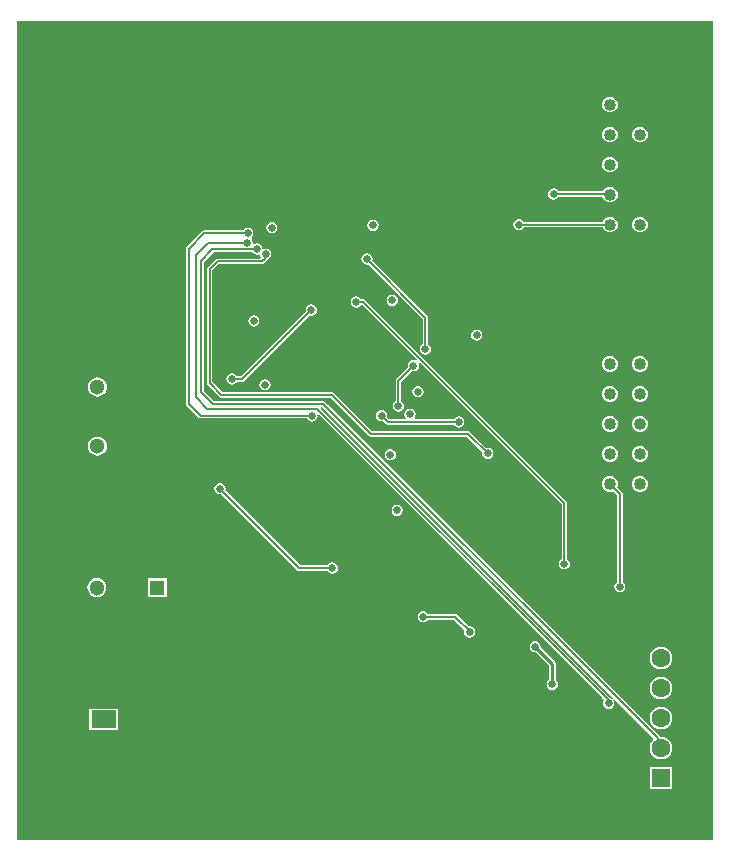
<source format=gbl>
G04*
G04 #@! TF.GenerationSoftware,Altium Limited,Altium Designer,19.1.8 (144)*
G04*
G04 Layer_Physical_Order=4*
G04 Layer_Color=16711680*
%FSLAX25Y25*%
%MOIN*%
G70*
G01*
G75*
%ADD15C,0.00600*%
%ADD17C,0.01000*%
%ADD18C,0.00800*%
%ADD106C,0.04016*%
%ADD107C,0.12598*%
%ADD108R,0.05906X0.08268*%
%ADD109R,0.08268X0.05906*%
%ADD110C,0.06299*%
%ADD111R,0.06299X0.06299*%
%ADD112C,0.05118*%
%ADD113R,0.05118X0.05118*%
%ADD114C,0.02500*%
%ADD115C,0.02598*%
G36*
X234000Y2000D02*
X2000D01*
Y275000D01*
X234000D01*
Y2000D01*
D02*
G37*
%LPC*%
G36*
X199500Y249630D02*
X198819Y249541D01*
X198185Y249278D01*
X197640Y248860D01*
X197222Y248315D01*
X196959Y247681D01*
X196870Y247000D01*
X196959Y246319D01*
X197222Y245685D01*
X197640Y245140D01*
X198185Y244722D01*
X198819Y244459D01*
X199500Y244370D01*
X200181Y244459D01*
X200815Y244722D01*
X201360Y245140D01*
X201778Y245685D01*
X202041Y246319D01*
X202130Y247000D01*
X202041Y247681D01*
X201778Y248315D01*
X201360Y248860D01*
X200815Y249278D01*
X200181Y249541D01*
X199500Y249630D01*
D02*
G37*
G36*
X209500Y239630D02*
X208819Y239541D01*
X208185Y239278D01*
X207640Y238860D01*
X207222Y238315D01*
X206959Y237681D01*
X206870Y237000D01*
X206959Y236319D01*
X207222Y235685D01*
X207640Y235140D01*
X208185Y234722D01*
X208819Y234459D01*
X209500Y234370D01*
X210181Y234459D01*
X210815Y234722D01*
X211360Y235140D01*
X211778Y235685D01*
X212041Y236319D01*
X212130Y237000D01*
X212041Y237681D01*
X211778Y238315D01*
X211360Y238860D01*
X210815Y239278D01*
X210181Y239541D01*
X209500Y239630D01*
D02*
G37*
G36*
X199500D02*
X198819Y239541D01*
X198185Y239278D01*
X197640Y238860D01*
X197222Y238315D01*
X196959Y237681D01*
X196870Y237000D01*
X196959Y236319D01*
X197222Y235685D01*
X197640Y235140D01*
X198185Y234722D01*
X198819Y234459D01*
X199500Y234370D01*
X200181Y234459D01*
X200815Y234722D01*
X201360Y235140D01*
X201778Y235685D01*
X202041Y236319D01*
X202130Y237000D01*
X202041Y237681D01*
X201778Y238315D01*
X201360Y238860D01*
X200815Y239278D01*
X200181Y239541D01*
X199500Y239630D01*
D02*
G37*
G36*
Y229630D02*
X198819Y229541D01*
X198185Y229278D01*
X197640Y228860D01*
X197222Y228315D01*
X196959Y227681D01*
X196870Y227000D01*
X196959Y226319D01*
X197222Y225685D01*
X197640Y225140D01*
X198185Y224722D01*
X198819Y224459D01*
X199500Y224370D01*
X200181Y224459D01*
X200815Y224722D01*
X201360Y225140D01*
X201778Y225685D01*
X202041Y226319D01*
X202130Y227000D01*
X202041Y227681D01*
X201778Y228315D01*
X201360Y228860D01*
X200815Y229278D01*
X200181Y229541D01*
X199500Y229630D01*
D02*
G37*
G36*
Y219630D02*
X198819Y219541D01*
X198185Y219278D01*
X197640Y218860D01*
X197222Y218315D01*
X197140Y218118D01*
X182312D01*
X182034Y218534D01*
X181422Y218943D01*
X180700Y219086D01*
X179978Y218943D01*
X179366Y218534D01*
X178957Y217922D01*
X178814Y217200D01*
X178957Y216478D01*
X179366Y215866D01*
X179978Y215457D01*
X180700Y215314D01*
X181422Y215457D01*
X182034Y215866D01*
X182312Y216282D01*
X196975D01*
X197222Y215685D01*
X197640Y215140D01*
X198185Y214722D01*
X198819Y214459D01*
X199500Y214370D01*
X200181Y214459D01*
X200815Y214722D01*
X201360Y215140D01*
X201778Y215685D01*
X202041Y216319D01*
X202130Y217000D01*
X202041Y217681D01*
X201778Y218315D01*
X201360Y218860D01*
X200815Y219278D01*
X200181Y219541D01*
X199500Y219630D01*
D02*
G37*
G36*
Y209630D02*
X198819Y209541D01*
X198185Y209278D01*
X197640Y208860D01*
X197222Y208315D01*
X197057Y207918D01*
X170812D01*
X170534Y208334D01*
X169922Y208743D01*
X169200Y208886D01*
X168478Y208743D01*
X167866Y208334D01*
X167457Y207722D01*
X167314Y207000D01*
X167457Y206278D01*
X167866Y205666D01*
X168478Y205257D01*
X169200Y205114D01*
X169922Y205257D01*
X170534Y205666D01*
X170812Y206082D01*
X197057D01*
X197222Y205685D01*
X197640Y205140D01*
X198185Y204722D01*
X198819Y204459D01*
X199500Y204370D01*
X200181Y204459D01*
X200815Y204722D01*
X201360Y205140D01*
X201778Y205685D01*
X202041Y206319D01*
X202130Y207000D01*
X202041Y207681D01*
X201778Y208315D01*
X201360Y208860D01*
X200815Y209278D01*
X200181Y209541D01*
X199500Y209630D01*
D02*
G37*
G36*
X120500Y208586D02*
X119778Y208443D01*
X119166Y208034D01*
X118757Y207422D01*
X118614Y206700D01*
X118757Y205978D01*
X119166Y205366D01*
X119778Y204957D01*
X120500Y204814D01*
X121222Y204957D01*
X121834Y205366D01*
X122243Y205978D01*
X122386Y206700D01*
X122243Y207422D01*
X121834Y208034D01*
X121222Y208443D01*
X120500Y208586D01*
D02*
G37*
G36*
X209500Y209630D02*
X208819Y209541D01*
X208185Y209278D01*
X207640Y208860D01*
X207222Y208315D01*
X206959Y207681D01*
X206870Y207000D01*
X206959Y206319D01*
X207222Y205685D01*
X207640Y205140D01*
X208185Y204722D01*
X208819Y204459D01*
X209500Y204370D01*
X210181Y204459D01*
X210815Y204722D01*
X211360Y205140D01*
X211778Y205685D01*
X212041Y206319D01*
X212130Y207000D01*
X212041Y207681D01*
X211778Y208315D01*
X211360Y208860D01*
X210815Y209278D01*
X210181Y209541D01*
X209500Y209630D01*
D02*
G37*
G36*
X86800Y207886D02*
X86078Y207743D01*
X85466Y207334D01*
X85057Y206722D01*
X84914Y206000D01*
X85057Y205278D01*
X85466Y204666D01*
X86078Y204257D01*
X86800Y204114D01*
X87522Y204257D01*
X88134Y204666D01*
X88543Y205278D01*
X88686Y206000D01*
X88543Y206722D01*
X88134Y207334D01*
X87522Y207743D01*
X86800Y207886D01*
D02*
G37*
G36*
X127000Y183586D02*
X126278Y183443D01*
X125666Y183034D01*
X125257Y182422D01*
X125114Y181700D01*
X125257Y180978D01*
X125666Y180366D01*
X126278Y179957D01*
X127000Y179814D01*
X127722Y179957D01*
X128334Y180366D01*
X128743Y180978D01*
X128886Y181700D01*
X128743Y182422D01*
X128334Y183034D01*
X127722Y183443D01*
X127000Y183586D01*
D02*
G37*
G36*
X100000Y180386D02*
X99278Y180243D01*
X98666Y179834D01*
X98257Y179222D01*
X98114Y178500D01*
X98211Y178009D01*
X76620Y156418D01*
X75112D01*
X74834Y156834D01*
X74222Y157243D01*
X73500Y157386D01*
X72778Y157243D01*
X72166Y156834D01*
X71757Y156222D01*
X71614Y155500D01*
X71757Y154778D01*
X72166Y154166D01*
X72778Y153757D01*
X73500Y153614D01*
X74222Y153757D01*
X74834Y154166D01*
X75112Y154582D01*
X77000D01*
X77351Y154652D01*
X77649Y154851D01*
X99509Y176711D01*
X100000Y176614D01*
X100722Y176757D01*
X101334Y177166D01*
X101743Y177778D01*
X101886Y178500D01*
X101743Y179222D01*
X101334Y179834D01*
X100722Y180243D01*
X100000Y180386D01*
D02*
G37*
G36*
X80800Y176686D02*
X80078Y176543D01*
X79466Y176134D01*
X79057Y175522D01*
X78914Y174800D01*
X79057Y174078D01*
X79466Y173466D01*
X80078Y173057D01*
X80800Y172914D01*
X81522Y173057D01*
X82134Y173466D01*
X82543Y174078D01*
X82686Y174800D01*
X82543Y175522D01*
X82134Y176134D01*
X81522Y176543D01*
X80800Y176686D01*
D02*
G37*
G36*
X155100Y171986D02*
X154378Y171843D01*
X153766Y171434D01*
X153357Y170822D01*
X153214Y170100D01*
X153357Y169378D01*
X153766Y168766D01*
X154378Y168357D01*
X155100Y168214D01*
X155822Y168357D01*
X156434Y168766D01*
X156843Y169378D01*
X156986Y170100D01*
X156843Y170822D01*
X156434Y171434D01*
X155822Y171843D01*
X155100Y171986D01*
D02*
G37*
G36*
X118500Y197386D02*
X117778Y197243D01*
X117166Y196834D01*
X116757Y196222D01*
X116614Y195500D01*
X116757Y194778D01*
X117166Y194166D01*
X117778Y193757D01*
X118500Y193614D01*
X118991Y193711D01*
X137082Y175620D01*
Y167112D01*
X136666Y166834D01*
X136257Y166222D01*
X136114Y165500D01*
X136257Y164778D01*
X136666Y164166D01*
X137278Y163757D01*
X138000Y163614D01*
X138722Y163757D01*
X139334Y164166D01*
X139743Y164778D01*
X139886Y165500D01*
X139743Y166222D01*
X139334Y166834D01*
X138918Y167112D01*
Y176000D01*
X138848Y176351D01*
X138649Y176649D01*
X120289Y195009D01*
X120386Y195500D01*
X120243Y196222D01*
X119834Y196834D01*
X119222Y197243D01*
X118500Y197386D01*
D02*
G37*
G36*
X115000Y183086D02*
X114278Y182943D01*
X113666Y182534D01*
X113257Y181922D01*
X113114Y181200D01*
X113257Y180478D01*
X113666Y179866D01*
X114278Y179457D01*
X115000Y179314D01*
X115722Y179457D01*
X116334Y179866D01*
X116493Y180105D01*
X117056Y180147D01*
X135133Y162069D01*
X134814Y161681D01*
X134722Y161743D01*
X134000Y161886D01*
X133278Y161743D01*
X132666Y161334D01*
X132257Y160722D01*
X132114Y160000D01*
X132211Y159509D01*
X128351Y155649D01*
X128152Y155351D01*
X128082Y155000D01*
Y148112D01*
X127666Y147834D01*
X127257Y147222D01*
X127114Y146500D01*
X127257Y145778D01*
X127666Y145166D01*
X128278Y144757D01*
X129000Y144614D01*
X129722Y144757D01*
X130334Y145166D01*
X130743Y145778D01*
X130886Y146500D01*
X130743Y147222D01*
X130334Y147834D01*
X129918Y148112D01*
Y154620D01*
X133509Y158211D01*
X134000Y158114D01*
X134722Y158257D01*
X135334Y158666D01*
X135743Y159278D01*
X135886Y160000D01*
X135743Y160722D01*
X135681Y160814D01*
X136069Y161133D01*
X183382Y113820D01*
Y95512D01*
X182966Y95234D01*
X182557Y94622D01*
X182414Y93900D01*
X182557Y93178D01*
X182966Y92566D01*
X183578Y92157D01*
X184300Y92014D01*
X185022Y92157D01*
X185634Y92566D01*
X186043Y93178D01*
X186186Y93900D01*
X186043Y94622D01*
X185634Y95234D01*
X185218Y95512D01*
Y114200D01*
X185148Y114551D01*
X184949Y114849D01*
X117949Y181849D01*
X117651Y182048D01*
X117300Y182118D01*
X116612D01*
X116334Y182534D01*
X115722Y182943D01*
X115000Y183086D01*
D02*
G37*
G36*
X209500Y163130D02*
X208819Y163041D01*
X208185Y162778D01*
X207640Y162360D01*
X207222Y161815D01*
X206959Y161181D01*
X206870Y160500D01*
X206959Y159819D01*
X207222Y159185D01*
X207640Y158640D01*
X208185Y158222D01*
X208819Y157959D01*
X209500Y157870D01*
X210181Y157959D01*
X210815Y158222D01*
X211360Y158640D01*
X211778Y159185D01*
X212041Y159819D01*
X212130Y160500D01*
X212041Y161181D01*
X211778Y161815D01*
X211360Y162360D01*
X210815Y162778D01*
X210181Y163041D01*
X209500Y163130D01*
D02*
G37*
G36*
X199500D02*
X198819Y163041D01*
X198185Y162778D01*
X197640Y162360D01*
X197222Y161815D01*
X196959Y161181D01*
X196870Y160500D01*
X196959Y159819D01*
X197222Y159185D01*
X197640Y158640D01*
X198185Y158222D01*
X198819Y157959D01*
X199500Y157870D01*
X200181Y157959D01*
X200815Y158222D01*
X201360Y158640D01*
X201778Y159185D01*
X202041Y159819D01*
X202130Y160500D01*
X202041Y161181D01*
X201778Y161815D01*
X201360Y162360D01*
X200815Y162778D01*
X200181Y163041D01*
X199500Y163130D01*
D02*
G37*
G36*
X84500Y155473D02*
X83778Y155329D01*
X83166Y154920D01*
X82757Y154308D01*
X82614Y153586D01*
X82757Y152864D01*
X83166Y152252D01*
X83778Y151844D01*
X84500Y151700D01*
X85222Y151844D01*
X85834Y152252D01*
X86243Y152864D01*
X86386Y153586D01*
X86243Y154308D01*
X85834Y154920D01*
X85222Y155329D01*
X84500Y155473D01*
D02*
G37*
G36*
X28650Y156021D02*
X27825Y155913D01*
X27057Y155595D01*
X26397Y155088D01*
X25891Y154428D01*
X25572Y153660D01*
X25464Y152835D01*
X25572Y152010D01*
X25891Y151242D01*
X26397Y150582D01*
X27057Y150076D01*
X27825Y149757D01*
X28650Y149649D01*
X29475Y149757D01*
X30243Y150076D01*
X30903Y150582D01*
X31409Y151242D01*
X31728Y152010D01*
X31836Y152835D01*
X31728Y153660D01*
X31409Y154428D01*
X30903Y155088D01*
X30243Y155595D01*
X29475Y155913D01*
X28650Y156021D01*
D02*
G37*
G36*
X135500Y153186D02*
X134778Y153043D01*
X134166Y152634D01*
X133757Y152022D01*
X133614Y151300D01*
X133757Y150578D01*
X134166Y149966D01*
X134778Y149557D01*
X135500Y149414D01*
X136222Y149557D01*
X136834Y149966D01*
X137243Y150578D01*
X137386Y151300D01*
X137243Y152022D01*
X136834Y152634D01*
X136222Y153043D01*
X135500Y153186D01*
D02*
G37*
G36*
X209500Y153130D02*
X208819Y153041D01*
X208185Y152778D01*
X207640Y152360D01*
X207222Y151815D01*
X206959Y151181D01*
X206870Y150500D01*
X206959Y149819D01*
X207222Y149185D01*
X207640Y148640D01*
X208185Y148222D01*
X208819Y147959D01*
X209500Y147870D01*
X210181Y147959D01*
X210815Y148222D01*
X211360Y148640D01*
X211778Y149185D01*
X212041Y149819D01*
X212130Y150500D01*
X212041Y151181D01*
X211778Y151815D01*
X211360Y152360D01*
X210815Y152778D01*
X210181Y153041D01*
X209500Y153130D01*
D02*
G37*
G36*
X199500D02*
X198819Y153041D01*
X198185Y152778D01*
X197640Y152360D01*
X197222Y151815D01*
X196959Y151181D01*
X196870Y150500D01*
X196959Y149819D01*
X197222Y149185D01*
X197640Y148640D01*
X198185Y148222D01*
X198819Y147959D01*
X199500Y147870D01*
X200181Y147959D01*
X200815Y148222D01*
X201360Y148640D01*
X201778Y149185D01*
X202041Y149819D01*
X202130Y150500D01*
X202041Y151181D01*
X201778Y151815D01*
X201360Y152360D01*
X200815Y152778D01*
X200181Y153041D01*
X199500Y153130D01*
D02*
G37*
G36*
X132900Y145586D02*
X132178Y145443D01*
X131566Y145034D01*
X131157Y144422D01*
X131014Y143700D01*
X131157Y142978D01*
X131398Y142618D01*
X131131Y142118D01*
X125880D01*
X125189Y142809D01*
X125286Y143300D01*
X125143Y144022D01*
X124734Y144634D01*
X124122Y145043D01*
X123400Y145186D01*
X122678Y145043D01*
X122066Y144634D01*
X121657Y144022D01*
X121514Y143300D01*
X121657Y142578D01*
X122066Y141966D01*
X122678Y141557D01*
X123400Y141414D01*
X123891Y141511D01*
X124851Y140551D01*
X125149Y140352D01*
X125500Y140282D01*
X147488D01*
X147766Y139866D01*
X148378Y139457D01*
X149100Y139314D01*
X149822Y139457D01*
X150434Y139866D01*
X150843Y140478D01*
X150986Y141200D01*
X150843Y141922D01*
X150434Y142534D01*
X149822Y142943D01*
X149100Y143086D01*
X148378Y142943D01*
X147766Y142534D01*
X147488Y142118D01*
X134669D01*
X134402Y142618D01*
X134643Y142978D01*
X134786Y143700D01*
X134643Y144422D01*
X134234Y145034D01*
X133622Y145443D01*
X132900Y145586D01*
D02*
G37*
G36*
X209500Y143130D02*
X208819Y143041D01*
X208185Y142778D01*
X207640Y142360D01*
X207222Y141815D01*
X206959Y141181D01*
X206870Y140500D01*
X206959Y139819D01*
X207222Y139185D01*
X207640Y138640D01*
X208185Y138222D01*
X208819Y137959D01*
X209500Y137870D01*
X210181Y137959D01*
X210815Y138222D01*
X211360Y138640D01*
X211778Y139185D01*
X212041Y139819D01*
X212130Y140500D01*
X212041Y141181D01*
X211778Y141815D01*
X211360Y142360D01*
X210815Y142778D01*
X210181Y143041D01*
X209500Y143130D01*
D02*
G37*
G36*
X199500D02*
X198819Y143041D01*
X198185Y142778D01*
X197640Y142360D01*
X197222Y141815D01*
X196959Y141181D01*
X196870Y140500D01*
X196959Y139819D01*
X197222Y139185D01*
X197640Y138640D01*
X198185Y138222D01*
X198819Y137959D01*
X199500Y137870D01*
X200181Y137959D01*
X200815Y138222D01*
X201360Y138640D01*
X201778Y139185D01*
X202041Y139819D01*
X202130Y140500D01*
X202041Y141181D01*
X201778Y141815D01*
X201360Y142360D01*
X200815Y142778D01*
X200181Y143041D01*
X199500Y143130D01*
D02*
G37*
G36*
X28650Y136336D02*
X27825Y136228D01*
X27057Y135909D01*
X26397Y135403D01*
X25891Y134743D01*
X25572Y133975D01*
X25464Y133150D01*
X25572Y132325D01*
X25891Y131557D01*
X26397Y130897D01*
X27057Y130391D01*
X27825Y130072D01*
X28650Y129964D01*
X29475Y130072D01*
X30243Y130391D01*
X30903Y130897D01*
X31409Y131557D01*
X31728Y132325D01*
X31836Y133150D01*
X31728Y133975D01*
X31409Y134743D01*
X30903Y135403D01*
X30243Y135909D01*
X29475Y136228D01*
X28650Y136336D01*
D02*
G37*
G36*
X78700Y205986D02*
X77978Y205843D01*
X77366Y205434D01*
X77088Y205018D01*
X64318D01*
X63967Y204948D01*
X63669Y204749D01*
X58560Y199640D01*
X58361Y199342D01*
X58291Y198991D01*
Y147209D01*
X58361Y146858D01*
X58560Y146560D01*
X62460Y142660D01*
X62758Y142461D01*
X63109Y142391D01*
X98455D01*
X98457Y142378D01*
X98866Y141766D01*
X99478Y141357D01*
X100200Y141214D01*
X100922Y141357D01*
X101534Y141766D01*
X101943Y142378D01*
X102086Y143100D01*
X102009Y143488D01*
X102470Y143734D01*
X197648Y48556D01*
X197357Y48122D01*
X197214Y47400D01*
X197357Y46678D01*
X197766Y46066D01*
X198378Y45657D01*
X199100Y45514D01*
X199822Y45657D01*
X200434Y46066D01*
X200843Y46678D01*
X200986Y47400D01*
X200843Y48122D01*
X200576Y48521D01*
X200964Y48840D01*
X214013Y35791D01*
X213980Y35293D01*
X213826Y35174D01*
X213225Y34391D01*
X212847Y33479D01*
X212718Y32500D01*
X212847Y31521D01*
X213225Y30609D01*
X213826Y29826D01*
X214609Y29225D01*
X215521Y28847D01*
X216500Y28718D01*
X217479Y28847D01*
X218391Y29225D01*
X219174Y29826D01*
X219775Y30609D01*
X220153Y31521D01*
X220282Y32500D01*
X220153Y33479D01*
X219775Y34391D01*
X219174Y35174D01*
X218391Y35775D01*
X217479Y36153D01*
X216500Y36282D01*
X216130Y36233D01*
X216058Y36341D01*
X104450Y147950D01*
X104152Y148149D01*
X103801Y148219D01*
X67481D01*
X64118Y151581D01*
Y194619D01*
X67382Y197882D01*
X80188D01*
X80466Y197466D01*
X81078Y197057D01*
X81800Y196914D01*
X82358Y197025D01*
X82527Y197053D01*
X82893Y196704D01*
X82957Y196378D01*
X83136Y196111D01*
X82864Y195618D01*
X68700D01*
X68349Y195548D01*
X68051Y195349D01*
X65451Y192749D01*
X65252Y192451D01*
X65182Y192100D01*
Y154100D01*
X65252Y153749D01*
X65451Y153451D01*
X69351Y149551D01*
X69649Y149352D01*
X70000Y149282D01*
X106320D01*
X119051Y136551D01*
X119349Y136352D01*
X119700Y136282D01*
X151820D01*
X156911Y131191D01*
X156814Y130700D01*
X156957Y129978D01*
X157366Y129366D01*
X157978Y128957D01*
X158700Y128814D01*
X159422Y128957D01*
X160034Y129366D01*
X160443Y129978D01*
X160586Y130700D01*
X160443Y131422D01*
X160034Y132034D01*
X159422Y132443D01*
X158700Y132586D01*
X158209Y132489D01*
X152849Y137849D01*
X152551Y138048D01*
X152200Y138118D01*
X120080D01*
X107349Y150849D01*
X107051Y151048D01*
X106700Y151118D01*
X70380D01*
X67018Y154480D01*
Y191720D01*
X69080Y193782D01*
X83500D01*
X83851Y193852D01*
X84149Y194051D01*
X85029Y194931D01*
X85228Y195229D01*
X85246Y195322D01*
X85422Y195357D01*
X86034Y195766D01*
X86443Y196378D01*
X86586Y197100D01*
X86443Y197822D01*
X86034Y198434D01*
X85422Y198843D01*
X84700Y198986D01*
X84142Y198875D01*
X83973Y198847D01*
X83607Y199196D01*
X83543Y199522D01*
X83134Y200134D01*
X82522Y200543D01*
X81800Y200686D01*
X81078Y200543D01*
X80879Y200409D01*
X80428Y200710D01*
X80486Y201000D01*
X80343Y201722D01*
X80043Y202171D01*
X80035Y202680D01*
X80081Y202837D01*
X80443Y203378D01*
X80586Y204100D01*
X80443Y204822D01*
X80034Y205434D01*
X79422Y205843D01*
X78700Y205986D01*
D02*
G37*
G36*
X126300Y132186D02*
X125578Y132043D01*
X124966Y131634D01*
X124557Y131022D01*
X124414Y130300D01*
X124557Y129578D01*
X124966Y128966D01*
X125578Y128557D01*
X126300Y128414D01*
X127022Y128557D01*
X127634Y128966D01*
X128043Y129578D01*
X128186Y130300D01*
X128043Y131022D01*
X127634Y131634D01*
X127022Y132043D01*
X126300Y132186D01*
D02*
G37*
G36*
X209500Y133130D02*
X208819Y133041D01*
X208185Y132778D01*
X207640Y132360D01*
X207222Y131815D01*
X206959Y131181D01*
X206870Y130500D01*
X206959Y129819D01*
X207222Y129185D01*
X207640Y128640D01*
X208185Y128222D01*
X208819Y127959D01*
X209500Y127870D01*
X210181Y127959D01*
X210815Y128222D01*
X211360Y128640D01*
X211778Y129185D01*
X212041Y129819D01*
X212130Y130500D01*
X212041Y131181D01*
X211778Y131815D01*
X211360Y132360D01*
X210815Y132778D01*
X210181Y133041D01*
X209500Y133130D01*
D02*
G37*
G36*
X199500D02*
X198819Y133041D01*
X198185Y132778D01*
X197640Y132360D01*
X197222Y131815D01*
X196959Y131181D01*
X196870Y130500D01*
X196959Y129819D01*
X197222Y129185D01*
X197640Y128640D01*
X198185Y128222D01*
X198819Y127959D01*
X199500Y127870D01*
X200181Y127959D01*
X200815Y128222D01*
X201360Y128640D01*
X201778Y129185D01*
X202041Y129819D01*
X202130Y130500D01*
X202041Y131181D01*
X201778Y131815D01*
X201360Y132360D01*
X200815Y132778D01*
X200181Y133041D01*
X199500Y133130D01*
D02*
G37*
G36*
X209500Y123130D02*
X208819Y123041D01*
X208185Y122778D01*
X207640Y122360D01*
X207222Y121815D01*
X206959Y121181D01*
X206870Y120500D01*
X206959Y119819D01*
X207222Y119185D01*
X207640Y118640D01*
X208185Y118222D01*
X208819Y117959D01*
X209500Y117870D01*
X210181Y117959D01*
X210815Y118222D01*
X211360Y118640D01*
X211778Y119185D01*
X212041Y119819D01*
X212130Y120500D01*
X212041Y121181D01*
X211778Y121815D01*
X211360Y122360D01*
X210815Y122778D01*
X210181Y123041D01*
X209500Y123130D01*
D02*
G37*
G36*
X128600Y113586D02*
X127878Y113443D01*
X127266Y113034D01*
X126857Y112422D01*
X126714Y111700D01*
X126857Y110978D01*
X127266Y110366D01*
X127878Y109957D01*
X128600Y109814D01*
X129322Y109957D01*
X129934Y110366D01*
X130343Y110978D01*
X130486Y111700D01*
X130343Y112422D01*
X129934Y113034D01*
X129322Y113443D01*
X128600Y113586D01*
D02*
G37*
G36*
X69500Y120886D02*
X68778Y120743D01*
X68166Y120334D01*
X67757Y119722D01*
X67614Y119000D01*
X67757Y118278D01*
X68166Y117666D01*
X68778Y117257D01*
X69500Y117114D01*
X69991Y117211D01*
X95351Y91851D01*
X95649Y91652D01*
X96000Y91582D01*
X105388D01*
X105666Y91166D01*
X106278Y90757D01*
X107000Y90614D01*
X107722Y90757D01*
X108334Y91166D01*
X108743Y91778D01*
X108886Y92500D01*
X108743Y93222D01*
X108334Y93834D01*
X107722Y94243D01*
X107000Y94386D01*
X106278Y94243D01*
X105666Y93834D01*
X105388Y93418D01*
X96380D01*
X71289Y118509D01*
X71386Y119000D01*
X71243Y119722D01*
X70834Y120334D01*
X70222Y120743D01*
X69500Y120886D01*
D02*
G37*
G36*
X199500Y123130D02*
X198819Y123041D01*
X198185Y122778D01*
X197640Y122360D01*
X197222Y121815D01*
X196959Y121181D01*
X196870Y120500D01*
X196959Y119819D01*
X197222Y119185D01*
X197640Y118640D01*
X198185Y118222D01*
X198819Y117959D01*
X199500Y117870D01*
X200181Y117959D01*
X200476Y118082D01*
X201780Y116778D01*
Y87844D01*
X201466Y87634D01*
X201057Y87022D01*
X200914Y86300D01*
X201057Y85578D01*
X201466Y84966D01*
X202078Y84557D01*
X202800Y84414D01*
X203522Y84557D01*
X204134Y84966D01*
X204543Y85578D01*
X204686Y86300D01*
X204543Y87022D01*
X204134Y87634D01*
X203820Y87844D01*
Y117200D01*
X203742Y117590D01*
X203521Y117921D01*
X201918Y119524D01*
X202041Y119819D01*
X202130Y120500D01*
X202041Y121181D01*
X201778Y121815D01*
X201360Y122360D01*
X200815Y122778D01*
X200181Y123041D01*
X199500Y123130D01*
D02*
G37*
G36*
X51698Y89159D02*
X45380D01*
Y82841D01*
X51698D01*
Y89159D01*
D02*
G37*
G36*
X28461Y89186D02*
X27636Y89078D01*
X26867Y88759D01*
X26208Y88253D01*
X25701Y87593D01*
X25383Y86825D01*
X25274Y86000D01*
X25383Y85175D01*
X25701Y84407D01*
X26208Y83747D01*
X26867Y83241D01*
X27636Y82922D01*
X28461Y82814D01*
X29285Y82922D01*
X30054Y83241D01*
X30714Y83747D01*
X31220Y84407D01*
X31538Y85175D01*
X31647Y86000D01*
X31538Y86825D01*
X31220Y87593D01*
X30714Y88253D01*
X30054Y88759D01*
X29285Y89078D01*
X28461Y89186D01*
D02*
G37*
G36*
X137300Y78186D02*
X136578Y78043D01*
X135966Y77634D01*
X135557Y77022D01*
X135414Y76300D01*
X135557Y75578D01*
X135966Y74966D01*
X136578Y74557D01*
X137300Y74414D01*
X138022Y74557D01*
X138634Y74966D01*
X138844Y75280D01*
X147478D01*
X150937Y71821D01*
X150814Y71200D01*
X150957Y70478D01*
X151366Y69866D01*
X151978Y69457D01*
X152700Y69314D01*
X153422Y69457D01*
X154034Y69866D01*
X154443Y70478D01*
X154586Y71200D01*
X154443Y71922D01*
X154034Y72534D01*
X153422Y72943D01*
X152700Y73086D01*
X152580Y73062D01*
X148621Y77021D01*
X148290Y77242D01*
X147900Y77320D01*
X138844D01*
X138634Y77634D01*
X138022Y78043D01*
X137300Y78186D01*
D02*
G37*
G36*
X216500Y66282D02*
X215521Y66153D01*
X214609Y65775D01*
X213826Y65174D01*
X213225Y64391D01*
X212847Y63479D01*
X212718Y62500D01*
X212847Y61521D01*
X213225Y60609D01*
X213826Y59826D01*
X214609Y59225D01*
X215521Y58847D01*
X216500Y58718D01*
X217479Y58847D01*
X218391Y59225D01*
X219174Y59826D01*
X219775Y60609D01*
X220153Y61521D01*
X220282Y62500D01*
X220153Y63479D01*
X219775Y64391D01*
X219174Y65174D01*
X218391Y65775D01*
X217479Y66153D01*
X216500Y66282D01*
D02*
G37*
G36*
X174600Y68186D02*
X173878Y68043D01*
X173266Y67634D01*
X172857Y67022D01*
X172714Y66300D01*
X172857Y65578D01*
X173266Y64966D01*
X173878Y64557D01*
X174600Y64414D01*
X174850Y64464D01*
X179178Y60135D01*
Y55176D01*
X178966Y55034D01*
X178557Y54422D01*
X178414Y53700D01*
X178557Y52978D01*
X178966Y52366D01*
X179578Y51957D01*
X180300Y51814D01*
X181022Y51957D01*
X181634Y52366D01*
X182043Y52978D01*
X182186Y53700D01*
X182043Y54422D01*
X181634Y55034D01*
X181422Y55176D01*
Y60600D01*
X181422Y60600D01*
X181336Y61029D01*
X181093Y61393D01*
X181093Y61393D01*
X176436Y66050D01*
X176486Y66300D01*
X176343Y67022D01*
X175934Y67634D01*
X175322Y68043D01*
X174600Y68186D01*
D02*
G37*
G36*
X216500Y56282D02*
X215521Y56153D01*
X214609Y55775D01*
X213826Y55174D01*
X213225Y54391D01*
X212847Y53479D01*
X212718Y52500D01*
X212847Y51521D01*
X213225Y50609D01*
X213826Y49826D01*
X214609Y49225D01*
X215521Y48847D01*
X216500Y48718D01*
X217479Y48847D01*
X218391Y49225D01*
X219174Y49826D01*
X219775Y50609D01*
X220153Y51521D01*
X220282Y52500D01*
X220153Y53479D01*
X219775Y54391D01*
X219174Y55174D01*
X218391Y55775D01*
X217479Y56153D01*
X216500Y56282D01*
D02*
G37*
G36*
Y46282D02*
X215521Y46153D01*
X214609Y45775D01*
X213826Y45174D01*
X213225Y44391D01*
X212847Y43479D01*
X212718Y42500D01*
X212847Y41521D01*
X213225Y40609D01*
X213826Y39826D01*
X214609Y39225D01*
X215521Y38847D01*
X216500Y38718D01*
X217479Y38847D01*
X218391Y39225D01*
X219174Y39826D01*
X219775Y40609D01*
X220153Y41521D01*
X220282Y42500D01*
X220153Y43479D01*
X219775Y44391D01*
X219174Y45174D01*
X218391Y45775D01*
X217479Y46153D01*
X216500Y46282D01*
D02*
G37*
G36*
X35447Y45643D02*
X25979D01*
Y38538D01*
X35447D01*
Y45643D01*
D02*
G37*
G36*
X220250Y26250D02*
X212750D01*
Y18750D01*
X220250D01*
Y26250D01*
D02*
G37*
%LPD*%
G36*
X200540Y49264D02*
X200221Y48876D01*
X199822Y49143D01*
X199616Y49184D01*
X103148Y145652D01*
X103325Y146182D01*
X103585Y146219D01*
X200540Y49264D01*
D02*
G37*
D15*
X96000Y92500D02*
X107000D01*
X69500Y119000D02*
X96000Y92500D01*
X73500Y155500D02*
X77000D01*
X100000Y178500D01*
X129000Y146500D02*
Y155000D01*
X134000Y160000D01*
X184300Y93900D02*
Y114200D01*
X117300Y181200D02*
X184300Y114200D01*
X115000Y181200D02*
X117300D01*
X138000Y165500D02*
Y176000D01*
X118500Y195500D02*
X138000Y176000D01*
X152200Y137200D02*
X158700Y130700D01*
X119700Y137200D02*
X152200D01*
X125500Y141200D02*
X149100D01*
X123400Y143300D02*
X125500Y141200D01*
X100018Y143100D02*
X100200D01*
X99809Y143309D02*
X100018Y143100D01*
X199100Y47400D02*
X199400Y47700D01*
Y48102D01*
X215409Y33590D02*
Y35692D01*
Y33590D02*
X216500Y32500D01*
X102001Y145501D02*
X199400Y48102D01*
X65602Y201000D02*
X78600D01*
X61401Y196799D02*
X65602Y201000D01*
X61401Y149401D02*
X65301Y145501D01*
X102001D01*
X61401Y149401D02*
Y196799D01*
X103801Y147301D02*
X215409Y35692D01*
X63201Y194999D02*
X67002Y198800D01*
X81800D01*
X63201Y151201D02*
X67101Y147301D01*
X103801D01*
X63201Y151201D02*
Y194999D01*
X84380Y196780D02*
X84700Y197100D01*
X84380Y195580D02*
Y196780D01*
X83500Y194700D02*
X84380Y195580D01*
X64318Y204100D02*
X78700D01*
X63109Y143309D02*
X99809D01*
X106700Y150200D02*
X119700Y137200D01*
X70000Y150200D02*
X106700D01*
X59209Y147209D02*
X63109Y143309D01*
X59209Y147209D02*
Y198991D01*
X66100Y154100D02*
X70000Y150200D01*
X66100Y154100D02*
Y192100D01*
X59209Y198991D02*
X64318Y204100D01*
X66100Y192100D02*
X68700Y194700D01*
X83500D01*
X169200Y207000D02*
X199500D01*
X180700Y217200D02*
X199300D01*
X199500Y217000D01*
D17*
X180300Y53700D02*
Y60600D01*
X174600Y66300D02*
X180300Y60600D01*
D18*
X79500Y21700D02*
X86600Y28800D01*
X99500D01*
X199500Y120500D02*
X202800Y117200D01*
Y86300D02*
Y117200D01*
X152700Y71200D02*
Y71500D01*
X147900Y76300D02*
X152700Y71500D01*
X137300Y76300D02*
X147900D01*
D106*
X199500Y160500D02*
D03*
X209500D02*
D03*
X199500Y150500D02*
D03*
X209500D02*
D03*
X199500Y140500D02*
D03*
X209500D02*
D03*
X199500Y130500D02*
D03*
X209500D02*
D03*
X199500Y120500D02*
D03*
X209500D02*
D03*
X199500Y247000D02*
D03*
X209500D02*
D03*
X199500Y237000D02*
D03*
X209500D02*
D03*
X199500Y227000D02*
D03*
X209500D02*
D03*
X199500Y217000D02*
D03*
X209500D02*
D03*
X199500Y207000D02*
D03*
X209500D02*
D03*
D107*
X170500Y108500D02*
D03*
X53000Y243500D02*
D03*
X170500D02*
D03*
X53000Y106500D02*
D03*
D108*
X49216Y30279D02*
D03*
D109*
X30713Y18469D02*
D03*
Y42091D02*
D03*
D110*
X216500Y52500D02*
D03*
Y32500D02*
D03*
Y42500D02*
D03*
Y62500D02*
D03*
Y72500D02*
D03*
D111*
Y22500D02*
D03*
D112*
X28650Y152835D02*
D03*
Y133150D02*
D03*
X28461Y86000D02*
D03*
D113*
X48539D02*
D03*
D114*
X86800Y206000D02*
D03*
X118500Y195500D02*
D03*
X100000Y178500D02*
D03*
X115000Y181200D02*
D03*
X84700Y197100D02*
D03*
X78700Y204100D02*
D03*
X81800Y198800D02*
D03*
X78600Y201000D02*
D03*
X104000Y4500D02*
D03*
X72500D02*
D03*
X40000D02*
D03*
X206500D02*
D03*
X175000D02*
D03*
X142500D02*
D03*
X200000Y272500D02*
D03*
X168500D02*
D03*
X136000D02*
D03*
X231500D02*
D03*
Y240500D02*
D03*
Y203000D02*
D03*
Y172500D02*
D03*
Y144000D02*
D03*
Y110500D02*
D03*
Y78000D02*
D03*
X232000Y41500D02*
D03*
X231500Y4500D02*
D03*
X4000D02*
D03*
Y45000D02*
D03*
Y77500D02*
D03*
Y110000D02*
D03*
Y143500D02*
D03*
Y172000D02*
D03*
Y202500D02*
D03*
Y234500D02*
D03*
Y273000D02*
D03*
X36500D02*
D03*
X68000D02*
D03*
X98500Y250500D02*
D03*
X108500Y218500D02*
D03*
Y250500D02*
D03*
X98500Y235500D02*
D03*
X108500Y228500D02*
D03*
X98500Y225500D02*
D03*
Y256000D02*
D03*
X108500Y258500D02*
D03*
X98500Y263500D02*
D03*
X108500Y265500D02*
D03*
Y273000D02*
D03*
X98500D02*
D03*
X90500D02*
D03*
X170500Y234400D02*
D03*
X176800Y237200D02*
D03*
X179600Y243500D02*
D03*
X176800Y249800D02*
D03*
X170500Y252500D02*
D03*
X164200Y249800D02*
D03*
X161400Y243500D02*
D03*
X164200Y237200D02*
D03*
X53000Y115500D02*
D03*
X59300Y112800D02*
D03*
X62100Y106500D02*
D03*
X59300Y100200D02*
D03*
X53000Y97400D02*
D03*
X46700Y100200D02*
D03*
X43900Y106500D02*
D03*
X46700Y112800D02*
D03*
X170500Y117500D02*
D03*
X176800Y114800D02*
D03*
X179600Y108500D02*
D03*
X176800Y102200D02*
D03*
X170500Y99400D02*
D03*
X164200Y102200D02*
D03*
X161400Y108500D02*
D03*
X164200Y114800D02*
D03*
X46700Y249800D02*
D03*
X43900Y243500D02*
D03*
X46700Y237200D02*
D03*
X53000Y234400D02*
D03*
X59300Y237200D02*
D03*
X62100Y243500D02*
D03*
X59300Y249800D02*
D03*
X53000Y252500D02*
D03*
X79500Y21700D02*
D03*
X99500Y28800D02*
D03*
X180300Y53700D02*
D03*
X174600Y66300D02*
D03*
X132900Y143700D02*
D03*
X120500Y206700D02*
D03*
X155100Y170100D02*
D03*
X135500Y151300D02*
D03*
X126300Y130300D02*
D03*
X128600Y111700D02*
D03*
X84500Y153586D02*
D03*
X80800Y174800D02*
D03*
X127000Y181700D02*
D03*
X107000Y92500D02*
D03*
X69500Y119000D02*
D03*
X73500Y155500D02*
D03*
X129000Y146500D02*
D03*
X134000Y160000D02*
D03*
X138000Y165500D02*
D03*
X158700Y130700D02*
D03*
X149100Y141200D02*
D03*
X123400Y143300D02*
D03*
X100200Y143100D02*
D03*
X199100Y47400D02*
D03*
X202800Y86300D02*
D03*
X152700Y71200D02*
D03*
X137300Y76300D02*
D03*
X184300Y93900D02*
D03*
X169200Y207000D02*
D03*
X180700Y217200D02*
D03*
D115*
X93627Y187062D02*
D03*
Y191787D02*
D03*
Y196511D02*
D03*
Y201235D02*
D03*
X98352Y187062D02*
D03*
Y191787D02*
D03*
Y196511D02*
D03*
Y201235D02*
D03*
X103076Y187062D02*
D03*
Y191787D02*
D03*
Y196511D02*
D03*
Y201235D02*
D03*
X107800Y187062D02*
D03*
Y191787D02*
D03*
Y196511D02*
D03*
Y201235D02*
D03*
M02*

</source>
